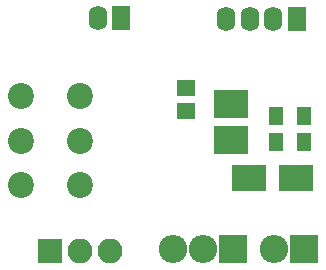
<source format=gbs>
G04 #@! TF.FileFunction,Soldermask,Bot*
%FSLAX46Y46*%
G04 Gerber Fmt 4.6, Leading zero omitted, Abs format (unit mm)*
G04 Created by KiCad (PCBNEW 4.0.4-1.fc24-product) date Mon Apr 30 14:16:04 2018*
%MOMM*%
%LPD*%
G01*
G04 APERTURE LIST*
%ADD10C,0.100000*%
%ADD11C,2.200000*%
%ADD12O,2.398980X2.398980*%
%ADD13R,2.398980X2.398980*%
%ADD14R,1.600000X2.100000*%
%ADD15O,1.600000X2.100000*%
%ADD16R,1.300000X1.600000*%
%ADD17R,2.899360X2.200860*%
%ADD18R,1.650000X1.400000*%
%ADD19R,2.100000X2.100000*%
%ADD20O,2.100000X2.100000*%
%ADD21R,2.899360X2.350720*%
G04 APERTURE END LIST*
D10*
D11*
X138000000Y-97850000D03*
X138000000Y-101600000D03*
X138000000Y-105350000D03*
X143000000Y-97850000D03*
X143000000Y-101600000D03*
X143000000Y-105350000D03*
D12*
X150920000Y-110750000D03*
D13*
X156000000Y-110750000D03*
D12*
X153460000Y-110750000D03*
D14*
X146500000Y-91250000D03*
D15*
X144500000Y-91250000D03*
D14*
X161392663Y-91317643D03*
D15*
X159392663Y-91317643D03*
X157392663Y-91317643D03*
X155392663Y-91317643D03*
D12*
X159460000Y-110750000D03*
D13*
X162000000Y-110750000D03*
D16*
X162000000Y-101700000D03*
X162000000Y-99500000D03*
X159600000Y-99500000D03*
X159600000Y-101700000D03*
D17*
X161298980Y-104750000D03*
X157301020Y-104750000D03*
D18*
X152000000Y-97100000D03*
X152000000Y-99100000D03*
D19*
X140460000Y-110950000D03*
D20*
X143000000Y-110950000D03*
X145540000Y-110950000D03*
D21*
X155760630Y-98475262D03*
X155760630Y-101523262D03*
M02*

</source>
